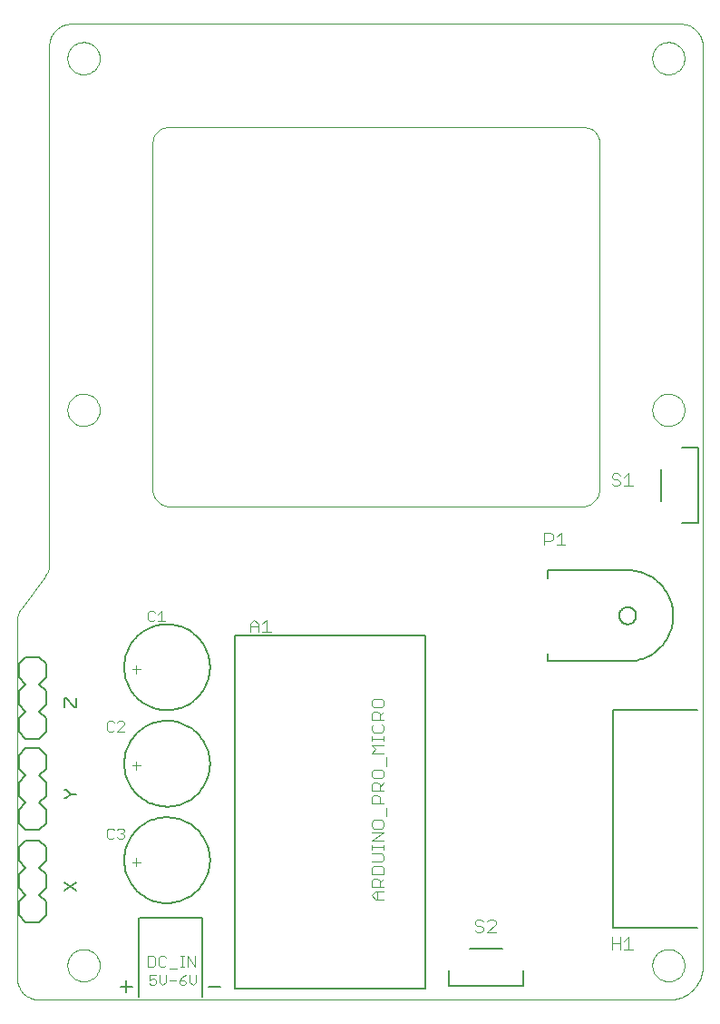
<source format=gto>
G75*
G70*
%OFA0B0*%
%FSLAX24Y24*%
%IPPOS*%
%LPD*%
%AMOC8*
5,1,8,0,0,1.08239X$1,22.5*
%
%ADD10C,0.0000*%
%ADD11C,0.0050*%
%ADD12C,0.0040*%
%ADD13C,0.0080*%
%ADD14C,0.0060*%
%ADD15C,0.0030*%
D10*
X000150Y000994D02*
X000150Y014117D01*
X000307Y014590D02*
X001174Y015745D01*
X001331Y016217D02*
X001331Y035246D01*
X001332Y035246D02*
X001334Y035300D01*
X001339Y035353D01*
X001348Y035406D01*
X001361Y035458D01*
X001377Y035510D01*
X001397Y035560D01*
X001420Y035608D01*
X001447Y035655D01*
X001476Y035700D01*
X001509Y035743D01*
X001544Y035783D01*
X001582Y035821D01*
X001622Y035856D01*
X001665Y035889D01*
X001710Y035918D01*
X001757Y035945D01*
X001805Y035968D01*
X001855Y035988D01*
X001907Y036004D01*
X001959Y036017D01*
X002012Y036026D01*
X002065Y036031D01*
X002119Y036033D01*
X024559Y036033D01*
X024613Y036031D01*
X024666Y036026D01*
X024719Y036017D01*
X024771Y036004D01*
X024823Y035988D01*
X024873Y035968D01*
X024921Y035945D01*
X024968Y035918D01*
X025013Y035889D01*
X025056Y035856D01*
X025096Y035821D01*
X025134Y035783D01*
X025169Y035743D01*
X025202Y035700D01*
X025231Y035655D01*
X025258Y035608D01*
X025281Y035560D01*
X025301Y035510D01*
X025317Y035458D01*
X025330Y035406D01*
X025339Y035353D01*
X025344Y035300D01*
X025346Y035246D01*
X025347Y035246D02*
X025347Y001494D01*
X025348Y001425D01*
X025345Y001356D01*
X025338Y001287D01*
X025328Y001218D01*
X025313Y001150D01*
X025295Y001084D01*
X025273Y001018D01*
X025248Y000954D01*
X025219Y000891D01*
X025186Y000830D01*
X025150Y000770D01*
X025111Y000713D01*
X025068Y000658D01*
X025023Y000606D01*
X024975Y000556D01*
X024924Y000509D01*
X024870Y000465D01*
X024814Y000425D01*
X024756Y000387D01*
X024696Y000352D01*
X024634Y000321D01*
X024571Y000294D01*
X024506Y000270D01*
X024439Y000250D01*
X024372Y000233D01*
X024304Y000221D01*
X024235Y000212D01*
X024166Y000207D01*
X000937Y000207D01*
X000883Y000209D01*
X000830Y000214D01*
X000777Y000223D01*
X000725Y000236D01*
X000673Y000252D01*
X000623Y000272D01*
X000575Y000295D01*
X000528Y000322D01*
X000483Y000351D01*
X000440Y000384D01*
X000400Y000419D01*
X000362Y000457D01*
X000327Y000497D01*
X000294Y000540D01*
X000265Y000585D01*
X000238Y000632D01*
X000215Y000680D01*
X000195Y000730D01*
X000179Y000782D01*
X000166Y000834D01*
X000157Y000887D01*
X000152Y000940D01*
X000150Y000994D01*
X002000Y001466D02*
X002002Y001514D01*
X002008Y001562D01*
X002018Y001609D01*
X002031Y001655D01*
X002049Y001700D01*
X002069Y001744D01*
X002094Y001786D01*
X002122Y001825D01*
X002152Y001862D01*
X002186Y001896D01*
X002223Y001928D01*
X002261Y001957D01*
X002302Y001982D01*
X002345Y002004D01*
X002390Y002022D01*
X002436Y002036D01*
X002483Y002047D01*
X002531Y002054D01*
X002579Y002057D01*
X002627Y002056D01*
X002675Y002051D01*
X002723Y002042D01*
X002769Y002030D01*
X002814Y002013D01*
X002858Y001993D01*
X002900Y001970D01*
X002940Y001943D01*
X002978Y001913D01*
X003013Y001880D01*
X003045Y001844D01*
X003075Y001806D01*
X003101Y001765D01*
X003123Y001722D01*
X003143Y001678D01*
X003158Y001633D01*
X003170Y001586D01*
X003178Y001538D01*
X003182Y001490D01*
X003182Y001442D01*
X003178Y001394D01*
X003170Y001346D01*
X003158Y001299D01*
X003143Y001254D01*
X003123Y001210D01*
X003101Y001167D01*
X003075Y001126D01*
X003045Y001088D01*
X003013Y001052D01*
X002978Y001019D01*
X002940Y000989D01*
X002900Y000962D01*
X002858Y000939D01*
X002814Y000919D01*
X002769Y000902D01*
X002723Y000890D01*
X002675Y000881D01*
X002627Y000876D01*
X002579Y000875D01*
X002531Y000878D01*
X002483Y000885D01*
X002436Y000896D01*
X002390Y000910D01*
X002345Y000928D01*
X002302Y000950D01*
X002261Y000975D01*
X002223Y001004D01*
X002186Y001036D01*
X002152Y001070D01*
X002122Y001107D01*
X002094Y001146D01*
X002069Y001188D01*
X002049Y001232D01*
X002031Y001277D01*
X002018Y001323D01*
X002008Y001370D01*
X002002Y001418D01*
X002000Y001466D01*
X000150Y014117D02*
X000152Y014168D01*
X000157Y014218D01*
X000165Y014268D01*
X000176Y014317D01*
X000190Y014366D01*
X000208Y014413D01*
X000229Y014460D01*
X000252Y014504D01*
X000278Y014548D01*
X000307Y014589D01*
X001174Y015745D02*
X001203Y015786D01*
X001229Y015830D01*
X001252Y015874D01*
X001273Y015921D01*
X001291Y015968D01*
X001305Y016017D01*
X001316Y016066D01*
X001324Y016116D01*
X001329Y016166D01*
X001331Y016217D01*
X005134Y019104D02*
X005134Y031703D01*
X005135Y031702D02*
X005137Y031746D01*
X005142Y031789D01*
X005151Y031832D01*
X005163Y031874D01*
X005179Y031914D01*
X005198Y031954D01*
X005221Y031991D01*
X005246Y032027D01*
X005274Y032060D01*
X005305Y032091D01*
X005338Y032119D01*
X005374Y032145D01*
X005411Y032167D01*
X005450Y032186D01*
X005491Y032202D01*
X005533Y032215D01*
X005575Y032224D01*
X005619Y032229D01*
X005662Y032231D01*
X005662Y032232D02*
X021016Y032232D01*
X021060Y032230D01*
X021103Y032225D01*
X021146Y032216D01*
X021188Y032203D01*
X021228Y032187D01*
X021268Y032168D01*
X021305Y032146D01*
X021341Y032120D01*
X021374Y032092D01*
X021405Y032061D01*
X021433Y032028D01*
X021459Y031992D01*
X021481Y031955D01*
X021500Y031915D01*
X021516Y031875D01*
X021529Y031833D01*
X021538Y031790D01*
X021543Y031747D01*
X021545Y031703D01*
X021545Y019104D01*
X021016Y018317D02*
X005662Y018317D01*
X005613Y018328D01*
X005566Y018343D01*
X005519Y018362D01*
X005474Y018384D01*
X005431Y018410D01*
X005390Y018438D01*
X005351Y018470D01*
X005314Y018504D01*
X005281Y018541D01*
X005250Y018581D01*
X005222Y018622D01*
X005197Y018666D01*
X005176Y018711D01*
X005158Y018758D01*
X005143Y018806D01*
X005133Y018855D01*
X005126Y018904D01*
X005122Y018954D01*
X005123Y019004D01*
X005127Y019054D01*
X005135Y019104D01*
X002000Y021860D02*
X002002Y021908D01*
X002008Y021956D01*
X002018Y022003D01*
X002031Y022049D01*
X002049Y022094D01*
X002069Y022138D01*
X002094Y022180D01*
X002122Y022219D01*
X002152Y022256D01*
X002186Y022290D01*
X002223Y022322D01*
X002261Y022351D01*
X002302Y022376D01*
X002345Y022398D01*
X002390Y022416D01*
X002436Y022430D01*
X002483Y022441D01*
X002531Y022448D01*
X002579Y022451D01*
X002627Y022450D01*
X002675Y022445D01*
X002723Y022436D01*
X002769Y022424D01*
X002814Y022407D01*
X002858Y022387D01*
X002900Y022364D01*
X002940Y022337D01*
X002978Y022307D01*
X003013Y022274D01*
X003045Y022238D01*
X003075Y022200D01*
X003101Y022159D01*
X003123Y022116D01*
X003143Y022072D01*
X003158Y022027D01*
X003170Y021980D01*
X003178Y021932D01*
X003182Y021884D01*
X003182Y021836D01*
X003178Y021788D01*
X003170Y021740D01*
X003158Y021693D01*
X003143Y021648D01*
X003123Y021604D01*
X003101Y021561D01*
X003075Y021520D01*
X003045Y021482D01*
X003013Y021446D01*
X002978Y021413D01*
X002940Y021383D01*
X002900Y021356D01*
X002858Y021333D01*
X002814Y021313D01*
X002769Y021296D01*
X002723Y021284D01*
X002675Y021275D01*
X002627Y021270D01*
X002579Y021269D01*
X002531Y021272D01*
X002483Y021279D01*
X002436Y021290D01*
X002390Y021304D01*
X002345Y021322D01*
X002302Y021344D01*
X002261Y021369D01*
X002223Y021398D01*
X002186Y021430D01*
X002152Y021464D01*
X002122Y021501D01*
X002094Y021540D01*
X002069Y021582D01*
X002049Y021626D01*
X002031Y021671D01*
X002018Y021717D01*
X002008Y021764D01*
X002002Y021812D01*
X002000Y021860D01*
X002000Y034773D02*
X002002Y034821D01*
X002008Y034869D01*
X002018Y034916D01*
X002031Y034962D01*
X002049Y035007D01*
X002069Y035051D01*
X002094Y035093D01*
X002122Y035132D01*
X002152Y035169D01*
X002186Y035203D01*
X002223Y035235D01*
X002261Y035264D01*
X002302Y035289D01*
X002345Y035311D01*
X002390Y035329D01*
X002436Y035343D01*
X002483Y035354D01*
X002531Y035361D01*
X002579Y035364D01*
X002627Y035363D01*
X002675Y035358D01*
X002723Y035349D01*
X002769Y035337D01*
X002814Y035320D01*
X002858Y035300D01*
X002900Y035277D01*
X002940Y035250D01*
X002978Y035220D01*
X003013Y035187D01*
X003045Y035151D01*
X003075Y035113D01*
X003101Y035072D01*
X003123Y035029D01*
X003143Y034985D01*
X003158Y034940D01*
X003170Y034893D01*
X003178Y034845D01*
X003182Y034797D01*
X003182Y034749D01*
X003178Y034701D01*
X003170Y034653D01*
X003158Y034606D01*
X003143Y034561D01*
X003123Y034517D01*
X003101Y034474D01*
X003075Y034433D01*
X003045Y034395D01*
X003013Y034359D01*
X002978Y034326D01*
X002940Y034296D01*
X002900Y034269D01*
X002858Y034246D01*
X002814Y034226D01*
X002769Y034209D01*
X002723Y034197D01*
X002675Y034188D01*
X002627Y034183D01*
X002579Y034182D01*
X002531Y034185D01*
X002483Y034192D01*
X002436Y034203D01*
X002390Y034217D01*
X002345Y034235D01*
X002302Y034257D01*
X002261Y034282D01*
X002223Y034311D01*
X002186Y034343D01*
X002152Y034377D01*
X002122Y034414D01*
X002094Y034453D01*
X002069Y034495D01*
X002049Y034539D01*
X002031Y034584D01*
X002018Y034630D01*
X002008Y034677D01*
X002002Y034725D01*
X002000Y034773D01*
X021545Y019104D02*
X021553Y019055D01*
X021557Y019005D01*
X021558Y018954D01*
X021554Y018904D01*
X021547Y018855D01*
X021536Y018806D01*
X021522Y018758D01*
X021504Y018711D01*
X021482Y018665D01*
X021458Y018622D01*
X021430Y018580D01*
X021399Y018541D01*
X021365Y018504D01*
X021328Y018469D01*
X021289Y018438D01*
X021248Y018409D01*
X021205Y018384D01*
X021159Y018362D01*
X021113Y018343D01*
X021065Y018328D01*
X021016Y018317D01*
X023496Y021860D02*
X023498Y021908D01*
X023504Y021956D01*
X023514Y022003D01*
X023527Y022049D01*
X023545Y022094D01*
X023565Y022138D01*
X023590Y022180D01*
X023618Y022219D01*
X023648Y022256D01*
X023682Y022290D01*
X023719Y022322D01*
X023757Y022351D01*
X023798Y022376D01*
X023841Y022398D01*
X023886Y022416D01*
X023932Y022430D01*
X023979Y022441D01*
X024027Y022448D01*
X024075Y022451D01*
X024123Y022450D01*
X024171Y022445D01*
X024219Y022436D01*
X024265Y022424D01*
X024310Y022407D01*
X024354Y022387D01*
X024396Y022364D01*
X024436Y022337D01*
X024474Y022307D01*
X024509Y022274D01*
X024541Y022238D01*
X024571Y022200D01*
X024597Y022159D01*
X024619Y022116D01*
X024639Y022072D01*
X024654Y022027D01*
X024666Y021980D01*
X024674Y021932D01*
X024678Y021884D01*
X024678Y021836D01*
X024674Y021788D01*
X024666Y021740D01*
X024654Y021693D01*
X024639Y021648D01*
X024619Y021604D01*
X024597Y021561D01*
X024571Y021520D01*
X024541Y021482D01*
X024509Y021446D01*
X024474Y021413D01*
X024436Y021383D01*
X024396Y021356D01*
X024354Y021333D01*
X024310Y021313D01*
X024265Y021296D01*
X024219Y021284D01*
X024171Y021275D01*
X024123Y021270D01*
X024075Y021269D01*
X024027Y021272D01*
X023979Y021279D01*
X023932Y021290D01*
X023886Y021304D01*
X023841Y021322D01*
X023798Y021344D01*
X023757Y021369D01*
X023719Y021398D01*
X023682Y021430D01*
X023648Y021464D01*
X023618Y021501D01*
X023590Y021540D01*
X023565Y021582D01*
X023545Y021626D01*
X023527Y021671D01*
X023514Y021717D01*
X023504Y021764D01*
X023498Y021812D01*
X023496Y021860D01*
X023496Y034773D02*
X023498Y034821D01*
X023504Y034869D01*
X023514Y034916D01*
X023527Y034962D01*
X023545Y035007D01*
X023565Y035051D01*
X023590Y035093D01*
X023618Y035132D01*
X023648Y035169D01*
X023682Y035203D01*
X023719Y035235D01*
X023757Y035264D01*
X023798Y035289D01*
X023841Y035311D01*
X023886Y035329D01*
X023932Y035343D01*
X023979Y035354D01*
X024027Y035361D01*
X024075Y035364D01*
X024123Y035363D01*
X024171Y035358D01*
X024219Y035349D01*
X024265Y035337D01*
X024310Y035320D01*
X024354Y035300D01*
X024396Y035277D01*
X024436Y035250D01*
X024474Y035220D01*
X024509Y035187D01*
X024541Y035151D01*
X024571Y035113D01*
X024597Y035072D01*
X024619Y035029D01*
X024639Y034985D01*
X024654Y034940D01*
X024666Y034893D01*
X024674Y034845D01*
X024678Y034797D01*
X024678Y034749D01*
X024674Y034701D01*
X024666Y034653D01*
X024654Y034606D01*
X024639Y034561D01*
X024619Y034517D01*
X024597Y034474D01*
X024571Y034433D01*
X024541Y034395D01*
X024509Y034359D01*
X024474Y034326D01*
X024436Y034296D01*
X024396Y034269D01*
X024354Y034246D01*
X024310Y034226D01*
X024265Y034209D01*
X024219Y034197D01*
X024171Y034188D01*
X024123Y034183D01*
X024075Y034182D01*
X024027Y034185D01*
X023979Y034192D01*
X023932Y034203D01*
X023886Y034217D01*
X023841Y034235D01*
X023798Y034257D01*
X023757Y034282D01*
X023719Y034311D01*
X023682Y034343D01*
X023648Y034377D01*
X023618Y034414D01*
X023590Y034453D01*
X023565Y034495D01*
X023545Y034539D01*
X023527Y034584D01*
X023514Y034630D01*
X023504Y034677D01*
X023498Y034725D01*
X023496Y034773D01*
X023496Y001466D02*
X023498Y001514D01*
X023504Y001562D01*
X023514Y001609D01*
X023527Y001655D01*
X023545Y001700D01*
X023565Y001744D01*
X023590Y001786D01*
X023618Y001825D01*
X023648Y001862D01*
X023682Y001896D01*
X023719Y001928D01*
X023757Y001957D01*
X023798Y001982D01*
X023841Y002004D01*
X023886Y002022D01*
X023932Y002036D01*
X023979Y002047D01*
X024027Y002054D01*
X024075Y002057D01*
X024123Y002056D01*
X024171Y002051D01*
X024219Y002042D01*
X024265Y002030D01*
X024310Y002013D01*
X024354Y001993D01*
X024396Y001970D01*
X024436Y001943D01*
X024474Y001913D01*
X024509Y001880D01*
X024541Y001844D01*
X024571Y001806D01*
X024597Y001765D01*
X024619Y001722D01*
X024639Y001678D01*
X024654Y001633D01*
X024666Y001586D01*
X024674Y001538D01*
X024678Y001490D01*
X024678Y001442D01*
X024674Y001394D01*
X024666Y001346D01*
X024654Y001299D01*
X024639Y001254D01*
X024619Y001210D01*
X024597Y001167D01*
X024571Y001126D01*
X024541Y001088D01*
X024509Y001052D01*
X024474Y001019D01*
X024436Y000989D01*
X024396Y000962D01*
X024354Y000939D01*
X024310Y000919D01*
X024265Y000902D01*
X024219Y000890D01*
X024171Y000881D01*
X024123Y000876D01*
X024075Y000875D01*
X024027Y000878D01*
X023979Y000885D01*
X023932Y000896D01*
X023886Y000910D01*
X023841Y000928D01*
X023798Y000950D01*
X023757Y000975D01*
X023719Y001004D01*
X023682Y001036D01*
X023648Y001070D01*
X023618Y001107D01*
X023590Y001146D01*
X023565Y001188D01*
X023545Y001232D01*
X023527Y001277D01*
X023514Y001323D01*
X023504Y001370D01*
X023498Y001418D01*
X023496Y001466D01*
D11*
X022040Y002856D02*
X022040Y010856D01*
X025160Y010856D01*
X022591Y012628D02*
X019638Y012628D01*
X019638Y012923D01*
X019638Y015679D02*
X019638Y015974D01*
X022591Y015974D01*
X022280Y014301D02*
X022282Y014336D01*
X022288Y014370D01*
X022297Y014404D01*
X022311Y014436D01*
X022328Y014466D01*
X022348Y014495D01*
X022371Y014521D01*
X022397Y014544D01*
X022426Y014564D01*
X022456Y014581D01*
X022488Y014595D01*
X022522Y014604D01*
X022556Y014610D01*
X022591Y014612D01*
X022626Y014610D01*
X022660Y014604D01*
X022694Y014595D01*
X022726Y014581D01*
X022756Y014564D01*
X022785Y014544D01*
X022811Y014521D01*
X022834Y014495D01*
X022854Y014466D01*
X022871Y014436D01*
X022885Y014404D01*
X022894Y014370D01*
X022900Y014336D01*
X022902Y014301D01*
X022900Y014266D01*
X022894Y014232D01*
X022885Y014198D01*
X022871Y014166D01*
X022854Y014136D01*
X022834Y014107D01*
X022811Y014081D01*
X022785Y014058D01*
X022756Y014038D01*
X022726Y014021D01*
X022694Y014007D01*
X022660Y013998D01*
X022626Y013992D01*
X022591Y013990D01*
X022556Y013992D01*
X022522Y013998D01*
X022488Y014007D01*
X022456Y014021D01*
X022426Y014038D01*
X022397Y014058D01*
X022371Y014081D01*
X022348Y014107D01*
X022328Y014136D01*
X022311Y014166D01*
X022297Y014198D01*
X022288Y014232D01*
X022282Y014266D01*
X022280Y014301D01*
X022591Y012628D02*
X022672Y012630D01*
X022752Y012636D01*
X022833Y012646D01*
X022912Y012659D01*
X022991Y012677D01*
X023069Y012698D01*
X023146Y012723D01*
X023222Y012752D01*
X023296Y012784D01*
X023368Y012820D01*
X023439Y012859D01*
X023508Y012902D01*
X023574Y012948D01*
X023639Y012997D01*
X023700Y013049D01*
X023760Y013104D01*
X023816Y013162D01*
X023870Y013222D01*
X023920Y013285D01*
X023968Y013351D01*
X024012Y013418D01*
X024053Y013488D01*
X024091Y013560D01*
X024125Y013633D01*
X024155Y013708D01*
X024182Y013784D01*
X024205Y013861D01*
X024225Y013940D01*
X024240Y014019D01*
X024252Y014099D01*
X024260Y014180D01*
X024264Y014261D01*
X024264Y014341D01*
X024260Y014422D01*
X024252Y014503D01*
X024240Y014583D01*
X024225Y014662D01*
X024205Y014741D01*
X024182Y014818D01*
X024155Y014894D01*
X024125Y014969D01*
X024091Y015042D01*
X024053Y015114D01*
X024012Y015184D01*
X023968Y015251D01*
X023920Y015317D01*
X023870Y015380D01*
X023816Y015440D01*
X023760Y015498D01*
X023700Y015553D01*
X023639Y015605D01*
X023574Y015654D01*
X023508Y015700D01*
X023439Y015743D01*
X023368Y015782D01*
X023296Y015818D01*
X023222Y015850D01*
X023146Y015879D01*
X023069Y015904D01*
X022991Y015925D01*
X022912Y015943D01*
X022833Y015956D01*
X022752Y015966D01*
X022672Y015972D01*
X022591Y015974D01*
X023815Y018502D02*
X023815Y019683D01*
X024603Y020470D02*
X025193Y020470D01*
X025193Y017714D01*
X024603Y017714D01*
X015150Y013592D02*
X015150Y000600D01*
X008142Y000600D01*
X008142Y013592D01*
X015150Y013592D01*
X022040Y002856D02*
X025160Y002856D01*
X018768Y001285D02*
X018768Y000695D01*
X016012Y000695D01*
X016012Y001285D01*
X016800Y002073D02*
X017981Y002073D01*
X006941Y003218D02*
X006941Y000325D01*
X006941Y003218D02*
X004638Y003218D01*
X004619Y003218D02*
X004619Y000325D01*
X002330Y004221D02*
X001880Y004522D01*
X001880Y004221D02*
X002330Y004522D01*
X001955Y007611D02*
X002105Y007761D01*
X002330Y007761D01*
X002105Y007761D02*
X001955Y007911D01*
X001880Y007911D01*
X001880Y007611D02*
X001955Y007611D01*
X001880Y010961D02*
X001880Y011262D01*
X001955Y011262D01*
X002255Y010961D01*
X002330Y010961D01*
X002330Y011262D01*
X004087Y012411D02*
X004089Y012490D01*
X004095Y012569D01*
X004105Y012648D01*
X004119Y012726D01*
X004136Y012803D01*
X004158Y012879D01*
X004183Y012954D01*
X004213Y013027D01*
X004245Y013099D01*
X004282Y013170D01*
X004322Y013238D01*
X004365Y013304D01*
X004411Y013368D01*
X004461Y013430D01*
X004514Y013489D01*
X004569Y013545D01*
X004628Y013599D01*
X004689Y013649D01*
X004752Y013697D01*
X004818Y013741D01*
X004886Y013782D01*
X004956Y013819D01*
X005027Y013853D01*
X005101Y013883D01*
X005175Y013909D01*
X005251Y013931D01*
X005328Y013950D01*
X005406Y013965D01*
X005484Y013976D01*
X005563Y013983D01*
X005642Y013986D01*
X005721Y013985D01*
X005800Y013980D01*
X005879Y013971D01*
X005957Y013958D01*
X006034Y013941D01*
X006111Y013921D01*
X006186Y013896D01*
X006260Y013868D01*
X006333Y013836D01*
X006403Y013801D01*
X006472Y013762D01*
X006539Y013719D01*
X006604Y013673D01*
X006666Y013625D01*
X006726Y013573D01*
X006783Y013518D01*
X006837Y013460D01*
X006888Y013400D01*
X006936Y013337D01*
X006981Y013272D01*
X007023Y013204D01*
X007061Y013135D01*
X007095Y013064D01*
X007126Y012991D01*
X007154Y012916D01*
X007177Y012841D01*
X007197Y012764D01*
X007213Y012687D01*
X007225Y012608D01*
X007233Y012530D01*
X007237Y012451D01*
X007237Y012371D01*
X007233Y012292D01*
X007225Y012214D01*
X007213Y012135D01*
X007197Y012058D01*
X007177Y011981D01*
X007154Y011906D01*
X007126Y011831D01*
X007095Y011758D01*
X007061Y011687D01*
X007023Y011618D01*
X006981Y011550D01*
X006936Y011485D01*
X006888Y011422D01*
X006837Y011362D01*
X006783Y011304D01*
X006726Y011249D01*
X006666Y011197D01*
X006604Y011149D01*
X006539Y011103D01*
X006472Y011060D01*
X006403Y011021D01*
X006333Y010986D01*
X006260Y010954D01*
X006186Y010926D01*
X006111Y010901D01*
X006034Y010881D01*
X005957Y010864D01*
X005879Y010851D01*
X005800Y010842D01*
X005721Y010837D01*
X005642Y010836D01*
X005563Y010839D01*
X005484Y010846D01*
X005406Y010857D01*
X005328Y010872D01*
X005251Y010891D01*
X005175Y010913D01*
X005101Y010939D01*
X005027Y010969D01*
X004956Y011003D01*
X004886Y011040D01*
X004818Y011081D01*
X004752Y011125D01*
X004689Y011173D01*
X004628Y011223D01*
X004569Y011277D01*
X004514Y011333D01*
X004461Y011392D01*
X004411Y011454D01*
X004365Y011518D01*
X004322Y011584D01*
X004282Y011652D01*
X004245Y011723D01*
X004213Y011795D01*
X004183Y011868D01*
X004158Y011943D01*
X004136Y012019D01*
X004119Y012096D01*
X004105Y012174D01*
X004095Y012253D01*
X004089Y012332D01*
X004087Y012411D01*
X004087Y008868D02*
X004089Y008947D01*
X004095Y009026D01*
X004105Y009105D01*
X004119Y009183D01*
X004136Y009260D01*
X004158Y009336D01*
X004183Y009411D01*
X004213Y009484D01*
X004245Y009556D01*
X004282Y009627D01*
X004322Y009695D01*
X004365Y009761D01*
X004411Y009825D01*
X004461Y009887D01*
X004514Y009946D01*
X004569Y010002D01*
X004628Y010056D01*
X004689Y010106D01*
X004752Y010154D01*
X004818Y010198D01*
X004886Y010239D01*
X004956Y010276D01*
X005027Y010310D01*
X005101Y010340D01*
X005175Y010366D01*
X005251Y010388D01*
X005328Y010407D01*
X005406Y010422D01*
X005484Y010433D01*
X005563Y010440D01*
X005642Y010443D01*
X005721Y010442D01*
X005800Y010437D01*
X005879Y010428D01*
X005957Y010415D01*
X006034Y010398D01*
X006111Y010378D01*
X006186Y010353D01*
X006260Y010325D01*
X006333Y010293D01*
X006403Y010258D01*
X006472Y010219D01*
X006539Y010176D01*
X006604Y010130D01*
X006666Y010082D01*
X006726Y010030D01*
X006783Y009975D01*
X006837Y009917D01*
X006888Y009857D01*
X006936Y009794D01*
X006981Y009729D01*
X007023Y009661D01*
X007061Y009592D01*
X007095Y009521D01*
X007126Y009448D01*
X007154Y009373D01*
X007177Y009298D01*
X007197Y009221D01*
X007213Y009144D01*
X007225Y009065D01*
X007233Y008987D01*
X007237Y008908D01*
X007237Y008828D01*
X007233Y008749D01*
X007225Y008671D01*
X007213Y008592D01*
X007197Y008515D01*
X007177Y008438D01*
X007154Y008363D01*
X007126Y008288D01*
X007095Y008215D01*
X007061Y008144D01*
X007023Y008075D01*
X006981Y008007D01*
X006936Y007942D01*
X006888Y007879D01*
X006837Y007819D01*
X006783Y007761D01*
X006726Y007706D01*
X006666Y007654D01*
X006604Y007606D01*
X006539Y007560D01*
X006472Y007517D01*
X006403Y007478D01*
X006333Y007443D01*
X006260Y007411D01*
X006186Y007383D01*
X006111Y007358D01*
X006034Y007338D01*
X005957Y007321D01*
X005879Y007308D01*
X005800Y007299D01*
X005721Y007294D01*
X005642Y007293D01*
X005563Y007296D01*
X005484Y007303D01*
X005406Y007314D01*
X005328Y007329D01*
X005251Y007348D01*
X005175Y007370D01*
X005101Y007396D01*
X005027Y007426D01*
X004956Y007460D01*
X004886Y007497D01*
X004818Y007538D01*
X004752Y007582D01*
X004689Y007630D01*
X004628Y007680D01*
X004569Y007734D01*
X004514Y007790D01*
X004461Y007849D01*
X004411Y007911D01*
X004365Y007975D01*
X004322Y008041D01*
X004282Y008109D01*
X004245Y008180D01*
X004213Y008252D01*
X004183Y008325D01*
X004158Y008400D01*
X004136Y008476D01*
X004119Y008553D01*
X004105Y008631D01*
X004095Y008710D01*
X004089Y008789D01*
X004087Y008868D01*
X004087Y005325D02*
X004089Y005404D01*
X004095Y005483D01*
X004105Y005562D01*
X004119Y005640D01*
X004136Y005717D01*
X004158Y005793D01*
X004183Y005868D01*
X004213Y005941D01*
X004245Y006013D01*
X004282Y006084D01*
X004322Y006152D01*
X004365Y006218D01*
X004411Y006282D01*
X004461Y006344D01*
X004514Y006403D01*
X004569Y006459D01*
X004628Y006513D01*
X004689Y006563D01*
X004752Y006611D01*
X004818Y006655D01*
X004886Y006696D01*
X004956Y006733D01*
X005027Y006767D01*
X005101Y006797D01*
X005175Y006823D01*
X005251Y006845D01*
X005328Y006864D01*
X005406Y006879D01*
X005484Y006890D01*
X005563Y006897D01*
X005642Y006900D01*
X005721Y006899D01*
X005800Y006894D01*
X005879Y006885D01*
X005957Y006872D01*
X006034Y006855D01*
X006111Y006835D01*
X006186Y006810D01*
X006260Y006782D01*
X006333Y006750D01*
X006403Y006715D01*
X006472Y006676D01*
X006539Y006633D01*
X006604Y006587D01*
X006666Y006539D01*
X006726Y006487D01*
X006783Y006432D01*
X006837Y006374D01*
X006888Y006314D01*
X006936Y006251D01*
X006981Y006186D01*
X007023Y006118D01*
X007061Y006049D01*
X007095Y005978D01*
X007126Y005905D01*
X007154Y005830D01*
X007177Y005755D01*
X007197Y005678D01*
X007213Y005601D01*
X007225Y005522D01*
X007233Y005444D01*
X007237Y005365D01*
X007237Y005285D01*
X007233Y005206D01*
X007225Y005128D01*
X007213Y005049D01*
X007197Y004972D01*
X007177Y004895D01*
X007154Y004820D01*
X007126Y004745D01*
X007095Y004672D01*
X007061Y004601D01*
X007023Y004532D01*
X006981Y004464D01*
X006936Y004399D01*
X006888Y004336D01*
X006837Y004276D01*
X006783Y004218D01*
X006726Y004163D01*
X006666Y004111D01*
X006604Y004063D01*
X006539Y004017D01*
X006472Y003974D01*
X006403Y003935D01*
X006333Y003900D01*
X006260Y003868D01*
X006186Y003840D01*
X006111Y003815D01*
X006034Y003795D01*
X005957Y003778D01*
X005879Y003765D01*
X005800Y003756D01*
X005721Y003751D01*
X005642Y003750D01*
X005563Y003753D01*
X005484Y003760D01*
X005406Y003771D01*
X005328Y003786D01*
X005251Y003805D01*
X005175Y003827D01*
X005101Y003853D01*
X005027Y003883D01*
X004956Y003917D01*
X004886Y003954D01*
X004818Y003995D01*
X004752Y004039D01*
X004689Y004087D01*
X004628Y004137D01*
X004569Y004191D01*
X004514Y004247D01*
X004461Y004306D01*
X004411Y004368D01*
X004365Y004432D01*
X004322Y004498D01*
X004282Y004566D01*
X004245Y004637D01*
X004213Y004709D01*
X004183Y004782D01*
X004158Y004857D01*
X004136Y004933D01*
X004119Y005010D01*
X004105Y005088D01*
X004095Y005167D01*
X004089Y005246D01*
X004087Y005325D01*
D12*
X004375Y005252D02*
X004682Y005252D01*
X004528Y005405D02*
X004528Y005099D01*
X004528Y008642D02*
X004528Y008949D01*
X004375Y008795D02*
X004682Y008795D01*
X004528Y012185D02*
X004528Y012492D01*
X004375Y012339D02*
X004682Y012339D01*
X008706Y013695D02*
X008706Y014002D01*
X008859Y014155D01*
X009013Y014002D01*
X009013Y013695D01*
X009166Y013695D02*
X009473Y013695D01*
X009320Y013695D02*
X009320Y014155D01*
X009166Y014002D01*
X009013Y013925D02*
X008706Y013925D01*
X013170Y011172D02*
X013246Y011248D01*
X013553Y011248D01*
X013630Y011172D01*
X013630Y011018D01*
X013553Y010941D01*
X013246Y010941D01*
X013170Y011018D01*
X013170Y011172D01*
X013246Y010788D02*
X013170Y010711D01*
X013170Y010481D01*
X013630Y010481D01*
X013477Y010481D02*
X013477Y010711D01*
X013400Y010788D01*
X013246Y010788D01*
X013477Y010634D02*
X013630Y010788D01*
X013553Y010327D02*
X013630Y010251D01*
X013630Y010097D01*
X013553Y010021D01*
X013246Y010021D01*
X013170Y010097D01*
X013170Y010251D01*
X013246Y010327D01*
X013170Y009867D02*
X013170Y009714D01*
X013170Y009790D02*
X013630Y009790D01*
X013630Y009714D02*
X013630Y009867D01*
X013630Y009560D02*
X013170Y009560D01*
X013323Y009407D01*
X013170Y009253D01*
X013630Y009253D01*
X013707Y009100D02*
X013707Y008793D01*
X013553Y008639D02*
X013246Y008639D01*
X013170Y008563D01*
X013170Y008409D01*
X013246Y008332D01*
X013553Y008332D01*
X013630Y008409D01*
X013630Y008563D01*
X013553Y008639D01*
X013630Y008179D02*
X013477Y008026D01*
X013477Y008102D02*
X013477Y007872D01*
X013630Y007872D02*
X013170Y007872D01*
X013170Y008102D01*
X013246Y008179D01*
X013400Y008179D01*
X013477Y008102D01*
X013400Y007719D02*
X013477Y007642D01*
X013477Y007412D01*
X013630Y007412D02*
X013170Y007412D01*
X013170Y007642D01*
X013246Y007719D01*
X013400Y007719D01*
X013707Y007258D02*
X013707Y006951D01*
X013553Y006798D02*
X013246Y006798D01*
X013170Y006721D01*
X013170Y006568D01*
X013246Y006491D01*
X013553Y006491D01*
X013630Y006568D01*
X013630Y006721D01*
X013553Y006798D01*
X013630Y006337D02*
X013170Y006337D01*
X013170Y006030D02*
X013630Y006337D01*
X013630Y006030D02*
X013170Y006030D01*
X013170Y005877D02*
X013170Y005724D01*
X013170Y005800D02*
X013630Y005800D01*
X013630Y005724D02*
X013630Y005877D01*
X013553Y005570D02*
X013170Y005570D01*
X013170Y005263D02*
X013553Y005263D01*
X013630Y005340D01*
X013630Y005493D01*
X013553Y005570D01*
X013553Y005110D02*
X013246Y005110D01*
X013170Y005033D01*
X013170Y004803D01*
X013630Y004803D01*
X013630Y005033D01*
X013553Y005110D01*
X013630Y004649D02*
X013477Y004496D01*
X013477Y004573D02*
X013477Y004342D01*
X013630Y004342D02*
X013170Y004342D01*
X013170Y004573D01*
X013246Y004649D01*
X013400Y004649D01*
X013477Y004573D01*
X013400Y004189D02*
X013400Y003882D01*
X013323Y003882D02*
X013170Y004035D01*
X013323Y004189D01*
X013630Y004189D01*
X013630Y003882D02*
X013323Y003882D01*
X016971Y003067D02*
X016971Y002990D01*
X017048Y002913D01*
X017201Y002913D01*
X017278Y002837D01*
X017278Y002760D01*
X017201Y002683D01*
X017048Y002683D01*
X016971Y002760D01*
X016971Y003067D02*
X017048Y003144D01*
X017201Y003144D01*
X017278Y003067D01*
X017432Y003067D02*
X017508Y003144D01*
X017662Y003144D01*
X017739Y003067D01*
X017739Y002990D01*
X017432Y002683D01*
X017739Y002683D01*
X022009Y002512D02*
X022009Y002051D01*
X022009Y002282D02*
X022316Y002282D01*
X022469Y002358D02*
X022623Y002512D01*
X022623Y002051D01*
X022776Y002051D02*
X022469Y002051D01*
X022316Y002051D02*
X022316Y002512D01*
X020303Y016896D02*
X019997Y016896D01*
X020150Y016896D02*
X020150Y017356D01*
X019997Y017203D01*
X019843Y017280D02*
X019843Y017126D01*
X019766Y017049D01*
X019536Y017049D01*
X019536Y016896D02*
X019536Y017356D01*
X019766Y017356D01*
X019843Y017280D01*
X022005Y019150D02*
X022082Y019073D01*
X022235Y019073D01*
X022312Y019150D01*
X022312Y019226D01*
X022235Y019303D01*
X022082Y019303D01*
X022005Y019380D01*
X022005Y019457D01*
X022082Y019533D01*
X022235Y019533D01*
X022312Y019457D01*
X022466Y019380D02*
X022619Y019533D01*
X022619Y019073D01*
X022466Y019073D02*
X022772Y019073D01*
D13*
X001213Y012535D02*
X001213Y012035D01*
X000963Y011785D01*
X001213Y011535D01*
X001213Y011035D01*
X000963Y010785D01*
X001213Y010535D01*
X001213Y010035D01*
X000963Y009785D01*
X000463Y009785D01*
X000213Y010035D01*
X000213Y010535D01*
X000463Y010785D01*
X000213Y011035D01*
X000213Y011535D01*
X000463Y011785D01*
X000213Y012035D01*
X000213Y012535D01*
X000463Y012785D01*
X000963Y012785D01*
X001213Y012535D01*
X000963Y009435D02*
X000463Y009435D01*
X000213Y009185D01*
X000213Y008685D01*
X000463Y008435D01*
X000213Y008185D01*
X000213Y007685D01*
X000463Y007435D01*
X000213Y007185D01*
X000213Y006685D01*
X000463Y006435D01*
X000963Y006435D01*
X001213Y006685D01*
X001213Y007185D01*
X000963Y007435D01*
X001213Y007685D01*
X001213Y008185D01*
X000963Y008435D01*
X001213Y008685D01*
X001213Y009185D01*
X000963Y009435D01*
X000963Y006045D02*
X000463Y006045D01*
X000213Y005795D01*
X000213Y005295D01*
X000463Y005045D01*
X000213Y004795D01*
X000213Y004295D01*
X000463Y004045D01*
X000213Y003795D01*
X000213Y003295D01*
X000463Y003045D01*
X000963Y003045D01*
X001213Y003295D01*
X001213Y003795D01*
X000963Y004045D01*
X001213Y004295D01*
X001213Y004795D01*
X000963Y005045D01*
X001213Y005295D01*
X001213Y005795D01*
X000963Y006045D01*
D14*
X004158Y000897D02*
X004158Y000470D01*
X003945Y000684D02*
X004372Y000684D01*
X007193Y000684D02*
X007620Y000684D01*
D15*
X006728Y000857D02*
X006728Y001104D01*
X006728Y000857D02*
X006604Y000733D01*
X006481Y000857D01*
X006481Y001104D01*
X006359Y001104D02*
X006236Y001042D01*
X006112Y000919D01*
X006298Y000919D01*
X006359Y000857D01*
X006359Y000795D01*
X006298Y000733D01*
X006174Y000733D01*
X006112Y000795D01*
X006112Y000919D01*
X005991Y000919D02*
X005744Y000919D01*
X005623Y000857D02*
X005623Y001104D01*
X005376Y001104D02*
X005376Y000857D01*
X005499Y000733D01*
X005623Y000857D01*
X005254Y000919D02*
X005254Y000795D01*
X005193Y000733D01*
X005069Y000733D01*
X005008Y000795D01*
X005008Y000919D02*
X005131Y000980D01*
X005193Y000980D01*
X005254Y000919D01*
X005254Y001104D02*
X005008Y001104D01*
X005008Y000919D01*
X004956Y001411D02*
X005158Y001411D01*
X005225Y001478D01*
X005225Y001747D01*
X005158Y001814D01*
X004956Y001814D01*
X004956Y001411D01*
X005355Y001478D02*
X005422Y001411D01*
X005557Y001411D01*
X005624Y001478D01*
X005754Y001343D02*
X006023Y001343D01*
X006153Y001411D02*
X006287Y001411D01*
X006220Y001411D02*
X006220Y001814D01*
X006153Y001814D02*
X006287Y001814D01*
X006418Y001814D02*
X006687Y001411D01*
X006687Y001814D01*
X006418Y001814D02*
X006418Y001411D01*
X005624Y001747D02*
X005557Y001814D01*
X005422Y001814D01*
X005355Y001747D01*
X005355Y001478D01*
X004017Y006121D02*
X003894Y006121D01*
X003832Y006182D01*
X003711Y006182D02*
X003649Y006121D01*
X003526Y006121D01*
X003464Y006182D01*
X003464Y006429D01*
X003526Y006491D01*
X003649Y006491D01*
X003711Y006429D01*
X003832Y006429D02*
X003894Y006491D01*
X004017Y006491D01*
X004079Y006429D01*
X004079Y006368D01*
X004017Y006306D01*
X004079Y006244D01*
X004079Y006182D01*
X004017Y006121D01*
X004017Y006306D02*
X003956Y006306D01*
X004079Y010058D02*
X003832Y010058D01*
X004079Y010305D01*
X004079Y010366D01*
X004017Y010428D01*
X003894Y010428D01*
X003832Y010366D01*
X003711Y010366D02*
X003649Y010428D01*
X003526Y010428D01*
X003464Y010366D01*
X003464Y010120D01*
X003526Y010058D01*
X003649Y010058D01*
X003711Y010120D01*
X005026Y014101D02*
X005149Y014101D01*
X005211Y014163D01*
X005332Y014101D02*
X005579Y014101D01*
X005456Y014101D02*
X005456Y014471D01*
X005332Y014348D01*
X005211Y014410D02*
X005149Y014471D01*
X005026Y014471D01*
X004964Y014410D01*
X004964Y014163D01*
X005026Y014101D01*
M02*

</source>
